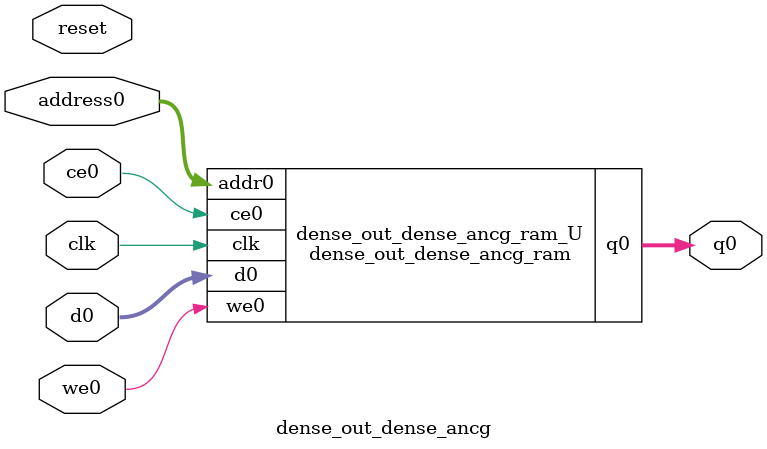
<source format=v>
`timescale 1 ns / 1 ps
module dense_out_dense_ancg_ram (addr0, ce0, d0, we0, q0,  clk);

parameter DWIDTH = 32;
parameter AWIDTH = 4;
parameter MEM_SIZE = 10;

input[AWIDTH-1:0] addr0;
input ce0;
input[DWIDTH-1:0] d0;
input we0;
output reg[DWIDTH-1:0] q0;
input clk;

(* ram_style = "distributed" *)reg [DWIDTH-1:0] ram[0:MEM_SIZE-1];




always @(posedge clk)  
begin 
    if (ce0) 
    begin
        if (we0) 
        begin 
            ram[addr0] <= d0; 
        end 
        q0 <= ram[addr0];
    end
end


endmodule

`timescale 1 ns / 1 ps
module dense_out_dense_ancg(
    reset,
    clk,
    address0,
    ce0,
    we0,
    d0,
    q0);

parameter DataWidth = 32'd32;
parameter AddressRange = 32'd10;
parameter AddressWidth = 32'd4;
input reset;
input clk;
input[AddressWidth - 1:0] address0;
input ce0;
input we0;
input[DataWidth - 1:0] d0;
output[DataWidth - 1:0] q0;



dense_out_dense_ancg_ram dense_out_dense_ancg_ram_U(
    .clk( clk ),
    .addr0( address0 ),
    .ce0( ce0 ),
    .we0( we0 ),
    .d0( d0 ),
    .q0( q0 ));

endmodule


</source>
